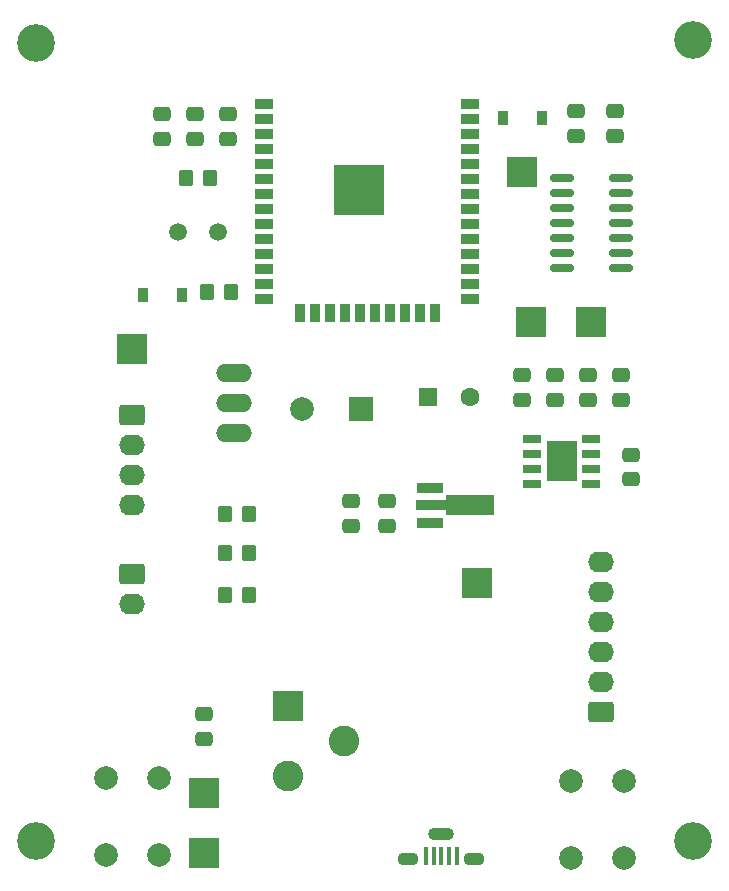
<source format=gts>
G04 #@! TF.GenerationSoftware,KiCad,Pcbnew,(6.0.10-0)*
G04 #@! TF.CreationDate,2023-03-29T16:12:46-05:00*
G04 #@! TF.ProjectId,v1.0,76312e30-2e6b-4696-9361-645f70636258,rev?*
G04 #@! TF.SameCoordinates,Original*
G04 #@! TF.FileFunction,Soldermask,Top*
G04 #@! TF.FilePolarity,Negative*
%FSLAX46Y46*%
G04 Gerber Fmt 4.6, Leading zero omitted, Abs format (unit mm)*
G04 Created by KiCad (PCBNEW (6.0.10-0)) date 2023-03-29 16:12:46*
%MOMM*%
%LPD*%
G01*
G04 APERTURE LIST*
G04 Aperture macros list*
%AMRoundRect*
0 Rectangle with rounded corners*
0 $1 Rounding radius*
0 $2 $3 $4 $5 $6 $7 $8 $9 X,Y pos of 4 corners*
0 Add a 4 corners polygon primitive as box body*
4,1,4,$2,$3,$4,$5,$6,$7,$8,$9,$2,$3,0*
0 Add four circle primitives for the rounded corners*
1,1,$1+$1,$2,$3*
1,1,$1+$1,$4,$5*
1,1,$1+$1,$6,$7*
1,1,$1+$1,$8,$9*
0 Add four rect primitives between the rounded corners*
20,1,$1+$1,$2,$3,$4,$5,0*
20,1,$1+$1,$4,$5,$6,$7,0*
20,1,$1+$1,$6,$7,$8,$9,0*
20,1,$1+$1,$8,$9,$2,$3,0*%
%AMFreePoly0*
4,1,9,5.362500,-0.866500,1.237500,-0.866500,1.237500,-0.450000,-1.237500,-0.450000,-1.237500,0.450000,1.237500,0.450000,1.237500,0.866500,5.362500,0.866500,5.362500,-0.866500,5.362500,-0.866500,$1*%
G04 Aperture macros list end*
%ADD10RoundRect,0.150000X-0.825000X-0.150000X0.825000X-0.150000X0.825000X0.150000X-0.825000X0.150000X0*%
%ADD11RoundRect,0.250000X0.845000X-0.620000X0.845000X0.620000X-0.845000X0.620000X-0.845000X-0.620000X0*%
%ADD12O,2.190000X1.740000*%
%ADD13R,2.500000X2.500000*%
%ADD14R,2.000000X2.000000*%
%ADD15C,2.000000*%
%ADD16RoundRect,0.250000X-0.350000X-0.450000X0.350000X-0.450000X0.350000X0.450000X-0.350000X0.450000X0*%
%ADD17RoundRect,0.250000X0.475000X-0.337500X0.475000X0.337500X-0.475000X0.337500X-0.475000X-0.337500X0*%
%ADD18RoundRect,0.250000X-0.845000X0.620000X-0.845000X-0.620000X0.845000X-0.620000X0.845000X0.620000X0*%
%ADD19RoundRect,0.250000X-0.475000X0.337500X-0.475000X-0.337500X0.475000X-0.337500X0.475000X0.337500X0*%
%ADD20R,1.600000X1.600000*%
%ADD21C,1.600000*%
%ADD22C,1.500000*%
%ADD23C,3.200000*%
%ADD24R,0.900000X1.200000*%
%ADD25R,2.600000X2.600000*%
%ADD26C,2.600000*%
%ADD27RoundRect,0.250000X0.350000X0.450000X-0.350000X0.450000X-0.350000X-0.450000X0.350000X-0.450000X0*%
%ADD28O,3.048000X1.524000*%
%ADD29R,2.300000X0.900000*%
%ADD30FreePoly0,0.000000*%
%ADD31R,1.500000X0.900000*%
%ADD32R,0.900000X1.500000*%
%ADD33C,0.475000*%
%ADD34R,4.200000X4.200000*%
%ADD35R,1.505000X0.802000*%
%ADD36R,2.613000X3.502000*%
%ADD37R,0.450000X1.500000*%
%ADD38O,1.800000X1.100000*%
%ADD39O,2.200000X1.100000*%
G04 APERTURE END LIST*
D10*
X161863000Y-65532000D03*
X161863000Y-66802000D03*
X161863000Y-68072000D03*
X161863000Y-69342000D03*
X161863000Y-70612000D03*
X161863000Y-71882000D03*
X161863000Y-73152000D03*
X166813000Y-73152000D03*
X166813000Y-71882000D03*
X166813000Y-70612000D03*
X166813000Y-69342000D03*
X166813000Y-68072000D03*
X166813000Y-66802000D03*
X166813000Y-65532000D03*
D11*
X165120000Y-110744000D03*
D12*
X165120000Y-108204000D03*
X165120000Y-105664000D03*
X165120000Y-103124000D03*
X165120000Y-100584000D03*
X165120000Y-98044000D03*
D13*
X131572000Y-122682000D03*
X159258000Y-77724000D03*
X164338000Y-77724000D03*
X158496000Y-65024000D03*
X154686000Y-99822000D03*
X125476000Y-80010000D03*
D14*
X144861677Y-85090000D03*
D15*
X139861677Y-85090000D03*
D16*
X133366000Y-100838000D03*
X135366000Y-100838000D03*
D17*
X131572000Y-113051500D03*
X131572000Y-110976500D03*
D16*
X131842000Y-75184000D03*
X133842000Y-75184000D03*
D18*
X125476000Y-85598000D03*
D12*
X125476000Y-88138000D03*
X125476000Y-90678000D03*
X125476000Y-93218000D03*
D17*
X144018000Y-95017500D03*
X144018000Y-92942500D03*
D19*
X166370000Y-59922500D03*
X166370000Y-61997500D03*
D17*
X161290000Y-84349500D03*
X161290000Y-82274500D03*
D15*
X127726000Y-122884000D03*
X127726000Y-116384000D03*
X123226000Y-116384000D03*
X123226000Y-122884000D03*
D20*
X150531396Y-84074000D03*
D21*
X154031396Y-84074000D03*
D22*
X129364000Y-70104000D03*
X132764000Y-70104000D03*
D17*
X166878000Y-84349500D03*
X166878000Y-82274500D03*
D23*
X172974000Y-53848000D03*
D17*
X163068000Y-61997500D03*
X163068000Y-59922500D03*
D15*
X162596000Y-116638000D03*
X162596000Y-123138000D03*
X167096000Y-116638000D03*
X167096000Y-123138000D03*
D24*
X129666000Y-75438000D03*
X126366000Y-75438000D03*
D16*
X133366000Y-97282000D03*
X135366000Y-97282000D03*
D18*
X125476000Y-99060000D03*
D12*
X125476000Y-101600000D03*
D17*
X130810000Y-60176500D03*
X130810000Y-62251500D03*
D19*
X147066000Y-92942500D03*
X147066000Y-95017500D03*
D17*
X133604000Y-62251500D03*
X133604000Y-60176500D03*
D25*
X138684000Y-110236000D03*
D26*
X138684000Y-116236000D03*
X143384000Y-113236000D03*
D27*
X135366000Y-93980000D03*
X133366000Y-93980000D03*
D28*
X134112000Y-84582000D03*
X134112000Y-82042000D03*
X134112000Y-87122000D03*
D16*
X130064000Y-65532000D03*
X132064000Y-65532000D03*
D29*
X150680000Y-91790000D03*
D30*
X150767500Y-93290000D03*
D29*
X150680000Y-94790000D03*
D31*
X136600000Y-59265000D03*
X136600000Y-60535000D03*
X136600000Y-61805000D03*
X136600000Y-63075000D03*
X136600000Y-64345000D03*
X136600000Y-65615000D03*
X136600000Y-66885000D03*
X136600000Y-68155000D03*
X136600000Y-69425000D03*
X136600000Y-70695000D03*
X136600000Y-71965000D03*
X136600000Y-73235000D03*
X136600000Y-74505000D03*
X136600000Y-75775000D03*
D32*
X139640000Y-77025000D03*
X140910000Y-77025000D03*
X142180000Y-77025000D03*
X143450000Y-77025000D03*
X144720000Y-77025000D03*
X145990000Y-77025000D03*
X147260000Y-77025000D03*
X148530000Y-77025000D03*
X149800000Y-77025000D03*
X151070000Y-77025000D03*
D31*
X154100000Y-75775000D03*
X154100000Y-74505000D03*
X154100000Y-73235000D03*
X154100000Y-71965000D03*
X154100000Y-70695000D03*
X154100000Y-69425000D03*
X154100000Y-68155000D03*
X154100000Y-66885000D03*
X154100000Y-65615000D03*
X154100000Y-64345000D03*
X154100000Y-63075000D03*
X154100000Y-61805000D03*
X154100000Y-60535000D03*
X154100000Y-59265000D03*
D33*
X143907500Y-68130000D03*
X145432500Y-65080000D03*
X146195000Y-65842500D03*
X143145000Y-65842500D03*
D34*
X144670000Y-66605000D03*
D33*
X145432500Y-68130000D03*
X143907500Y-65080000D03*
X143145000Y-67367500D03*
X145432500Y-66605000D03*
X144670000Y-65842500D03*
X143907500Y-66605000D03*
X146195000Y-67367500D03*
X144670000Y-67367500D03*
D17*
X164084000Y-84349500D03*
X164084000Y-82274500D03*
D13*
X131572000Y-117602000D03*
D24*
X160146000Y-60452000D03*
X156846000Y-60452000D03*
D35*
X164338000Y-91440000D03*
X164338000Y-90170000D03*
X164338000Y-88900000D03*
X164338000Y-87630000D03*
X159343000Y-87630000D03*
X159343000Y-88900000D03*
X159343000Y-90170000D03*
X159343000Y-91440000D03*
D36*
X161840500Y-89535000D03*
D23*
X172974000Y-121666000D03*
X117348000Y-121666000D03*
D17*
X167682500Y-91080500D03*
X167682500Y-89005500D03*
D23*
X117348000Y-54102000D03*
D17*
X128016000Y-60176500D03*
X128016000Y-62251500D03*
X158496000Y-84349500D03*
X158496000Y-82274500D03*
D37*
X152938000Y-122999000D03*
X152288000Y-122999000D03*
X151638000Y-122999000D03*
X150988000Y-122999000D03*
X150338000Y-122999000D03*
D38*
X154438000Y-123249000D03*
X148838000Y-123249000D03*
D39*
X151638000Y-121099000D03*
M02*

</source>
